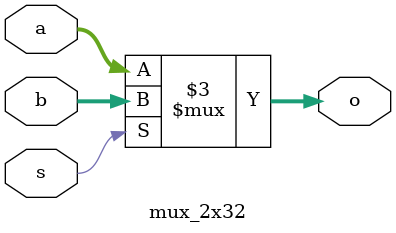
<source format=v>
`timescale 1ns / 1ps


module mux_2x32(
    input[31:0] a, b,   
    input s ,
    output reg[31:0] o   
    );
    
    always @(*) begin
         o = (s == 0) ? a : b; 
    end
endmodule

</source>
